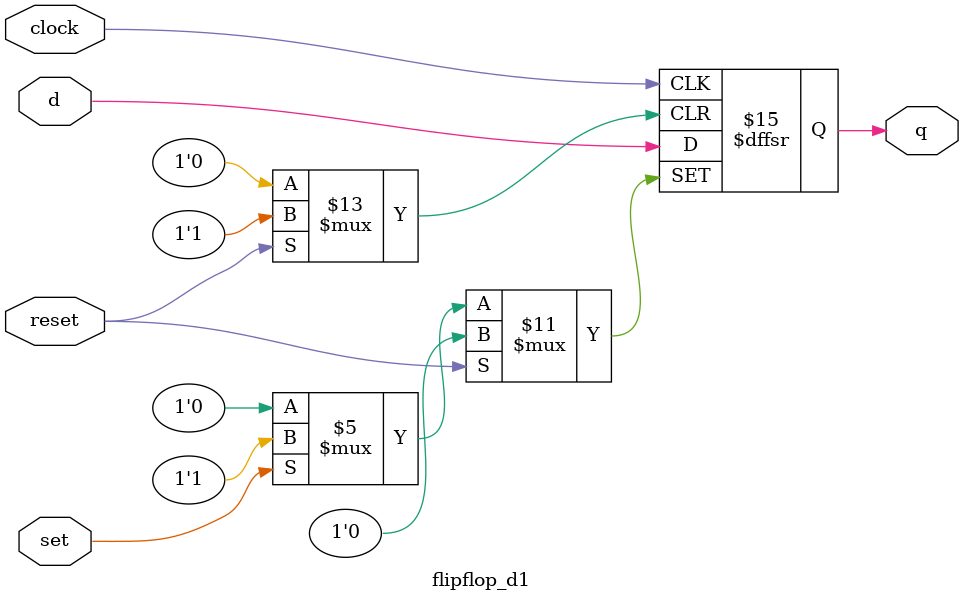
<source format=v>
module flipflop_d (
    output reg q,

    input clock,
    input set,
    input reset,
    input d
);

    always @(posedge clock or posedge set or posedge reset) begin
        if (reset)      q <= 1'b0;
        else if (set)   q <= 1'b1;
        else            q <= d;
    end

endmodule


module flipflop_d1 (
    output reg q = 1,

    input clock,
    input set,
    input reset,
    input d
);

    always @(posedge clock or posedge set or posedge reset) begin
        if (reset)      q <= 1'b0;
        else if (set)   q <= 1'b1;
        else            q <= d;
    end

endmodule
</source>
